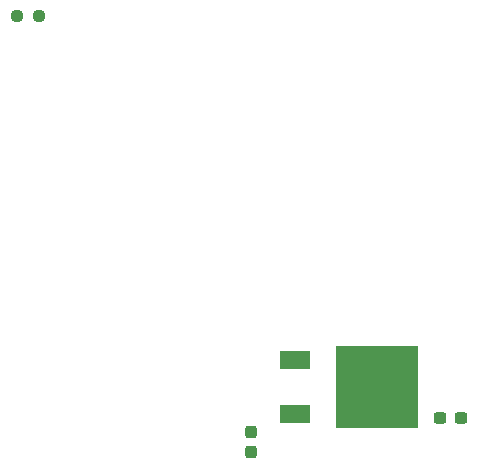
<source format=gbr>
%TF.GenerationSoftware,KiCad,Pcbnew,7.0.5*%
%TF.CreationDate,2024-02-20T16:44:10+09:00*%
%TF.ProjectId,Arduino_CQbrushless,41726475-696e-46f5-9f43-516272757368,rev?*%
%TF.SameCoordinates,Original*%
%TF.FileFunction,Paste,Top*%
%TF.FilePolarity,Positive*%
%FSLAX46Y46*%
G04 Gerber Fmt 4.6, Leading zero omitted, Abs format (unit mm)*
G04 Created by KiCad (PCBNEW 7.0.5) date 2024-02-20 16:44:10*
%MOMM*%
%LPD*%
G01*
G04 APERTURE LIST*
G04 Aperture macros list*
%AMRoundRect*
0 Rectangle with rounded corners*
0 $1 Rounding radius*
0 $2 $3 $4 $5 $6 $7 $8 $9 X,Y pos of 4 corners*
0 Add a 4 corners polygon primitive as box body*
4,1,4,$2,$3,$4,$5,$6,$7,$8,$9,$2,$3,0*
0 Add four circle primitives for the rounded corners*
1,1,$1+$1,$2,$3*
1,1,$1+$1,$4,$5*
1,1,$1+$1,$6,$7*
1,1,$1+$1,$8,$9*
0 Add four rect primitives between the rounded corners*
20,1,$1+$1,$2,$3,$4,$5,0*
20,1,$1+$1,$4,$5,$6,$7,0*
20,1,$1+$1,$6,$7,$8,$9,0*
20,1,$1+$1,$8,$9,$2,$3,0*%
G04 Aperture macros list end*
%ADD10RoundRect,0.237500X-0.237500X0.300000X-0.237500X-0.300000X0.237500X-0.300000X0.237500X0.300000X0*%
%ADD11R,2.500000X1.500000*%
%ADD12R,7.000000X7.000000*%
%ADD13RoundRect,0.237500X-0.300000X-0.237500X0.300000X-0.237500X0.300000X0.237500X-0.300000X0.237500X0*%
%ADD14RoundRect,0.237500X-0.250000X-0.237500X0.250000X-0.237500X0.250000X0.237500X-0.250000X0.237500X0*%
G04 APERTURE END LIST*
D10*
%TO.C,C3*%
X104775000Y-139599500D03*
X104775000Y-141324500D03*
%TD*%
D11*
%TO.C,IC1*%
X108505000Y-133463000D03*
D12*
X115405000Y-135763000D03*
D11*
X108505000Y-138063000D03*
%TD*%
D13*
%TO.C,C1*%
X120803500Y-138430000D03*
X122528500Y-138430000D03*
%TD*%
D14*
%TO.C,R7*%
X86788000Y-104394000D03*
X84963000Y-104394000D03*
%TD*%
M02*

</source>
